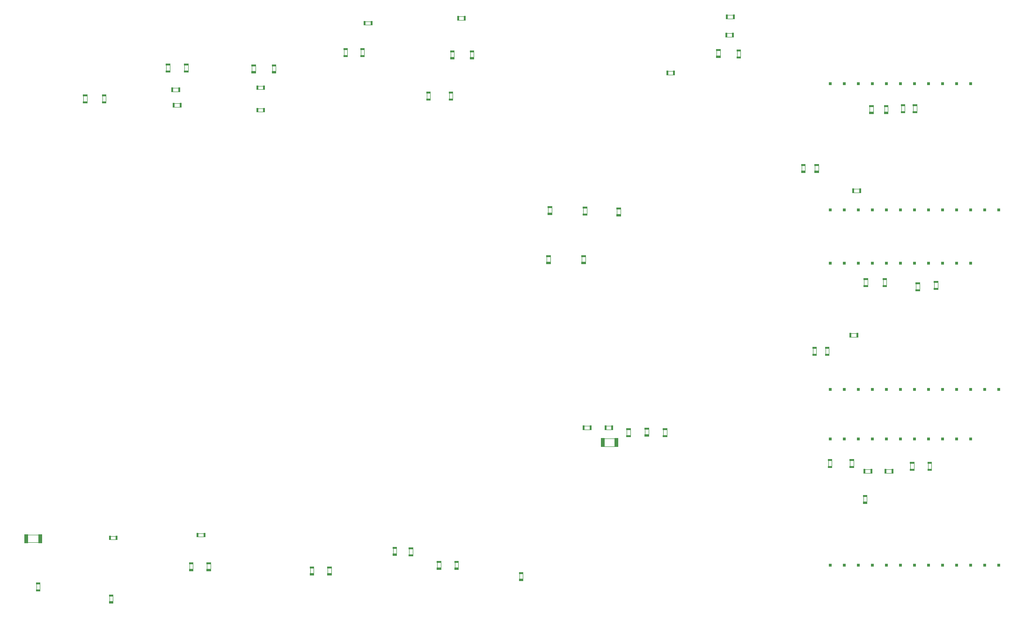
<source format=gbr>
%TF.GenerationSoftware,Altium Limited,Altium Designer,20.2.5 (213)*%
G04 Layer_Color=65535*
%FSLAX26Y26*%
%MOIN*%
%TF.SameCoordinates,9BAFD9CD-774C-4051-972E-F2DD54F50950*%
%TF.FilePolarity,Positive*%
%TF.FileFunction,Other,Mechanical_3*%
%TF.Part,Single*%
G01*
G75*
%TA.AperFunction,NonConductor*%
%ADD75C,0.004000*%
G36*
X5946500Y5269250D02*
X5932000D01*
Y5300750D01*
X5946500D01*
Y5269250D01*
D02*
G37*
G36*
X5898000D02*
X5883500D01*
Y5300750D01*
X5898000D01*
Y5269250D01*
D02*
G37*
G36*
X4031500Y5259250D02*
X4017000D01*
Y5290750D01*
X4031500D01*
Y5259250D01*
D02*
G37*
G36*
X3983000D02*
X3968500D01*
Y5290750D01*
X3983000D01*
Y5259250D01*
D02*
G37*
G36*
X3366500Y5224250D02*
X3352000D01*
Y5255750D01*
X3366500D01*
Y5224250D01*
D02*
G37*
G36*
X3318000D02*
X3303500D01*
Y5255750D01*
X3318000D01*
Y5224250D01*
D02*
G37*
G36*
X5941500Y5139250D02*
X5927000D01*
Y5170750D01*
X5941500D01*
Y5139250D01*
D02*
G37*
G36*
X5893000D02*
X5878500D01*
Y5170750D01*
X5893000D01*
Y5139250D01*
D02*
G37*
G36*
X3310750Y5047000D02*
X3279250D01*
Y5061500D01*
X3310750D01*
Y5047000D01*
D02*
G37*
G36*
X3190750D02*
X3159250D01*
Y5061500D01*
X3190750D01*
Y5047000D01*
D02*
G37*
G36*
X5845750Y5042000D02*
X5814250D01*
Y5056500D01*
X5845750D01*
Y5042000D01*
D02*
G37*
G36*
X5990750Y5037000D02*
X5959250D01*
Y5051500D01*
X5990750D01*
Y5037000D01*
D02*
G37*
G36*
X4090750Y5032000D02*
X4059250D01*
Y5046500D01*
X4090750D01*
Y5032000D01*
D02*
G37*
G36*
X3950750D02*
X3919250D01*
Y5046500D01*
X3950750D01*
Y5032000D01*
D02*
G37*
G36*
X3310750Y4998500D02*
X3279250D01*
Y5013000D01*
X3310750D01*
Y4998500D01*
D02*
G37*
G36*
X3190750D02*
X3159250D01*
Y5013000D01*
X3190750D01*
Y4998500D01*
D02*
G37*
G36*
X5845750Y4993500D02*
X5814250D01*
Y5008000D01*
X5845750D01*
Y4993500D01*
D02*
G37*
G36*
X5990750Y4988500D02*
X5959250D01*
Y5003000D01*
X5990750D01*
Y4988500D01*
D02*
G37*
G36*
X4090750Y4983500D02*
X4059250D01*
Y4998000D01*
X4090750D01*
Y4983500D01*
D02*
G37*
G36*
X3950750D02*
X3919250D01*
Y4998000D01*
X3950750D01*
Y4983500D01*
D02*
G37*
G36*
X2055750Y4937000D02*
X2024250D01*
Y4951500D01*
X2055750D01*
Y4937000D01*
D02*
G37*
G36*
X1925750D02*
X1894250D01*
Y4951500D01*
X1925750D01*
Y4937000D01*
D02*
G37*
G36*
X2680750Y4932000D02*
X2649250D01*
Y4946500D01*
X2680750D01*
Y4932000D01*
D02*
G37*
G36*
X2535750D02*
X2504250D01*
Y4946500D01*
X2535750D01*
Y4932000D01*
D02*
G37*
G36*
X2055750Y4888500D02*
X2024250D01*
Y4903000D01*
X2055750D01*
Y4888500D01*
D02*
G37*
G36*
X1925750D02*
X1894250D01*
Y4903000D01*
X1925750D01*
Y4888500D01*
D02*
G37*
G36*
X2680750Y4883500D02*
X2649250D01*
Y4898000D01*
X2680750D01*
Y4883500D01*
D02*
G37*
G36*
X2535750D02*
X2504250D01*
Y4898000D01*
X2535750D01*
Y4883500D01*
D02*
G37*
G36*
X5521500Y4869250D02*
X5507000D01*
Y4900750D01*
X5521500D01*
Y4869250D01*
D02*
G37*
G36*
X5473000D02*
X5458500D01*
Y4900750D01*
X5473000D01*
Y4869250D01*
D02*
G37*
G36*
X7635000Y4800000D02*
X7615000D01*
Y4820000D01*
X7635000D01*
Y4800000D01*
D02*
G37*
G36*
X7535000D02*
X7515000D01*
Y4820000D01*
X7535000D01*
Y4800000D01*
D02*
G37*
G36*
X7435000D02*
X7415000D01*
Y4820000D01*
X7435000D01*
Y4800000D01*
D02*
G37*
G36*
X7335000D02*
X7315000D01*
Y4820000D01*
X7335000D01*
Y4800000D01*
D02*
G37*
G36*
X7235000D02*
X7215000D01*
Y4820000D01*
X7235000D01*
Y4800000D01*
D02*
G37*
G36*
X7135000D02*
X7115000D01*
Y4820000D01*
X7135000D01*
Y4800000D01*
D02*
G37*
G36*
X7035000D02*
X7015000D01*
Y4820000D01*
X7035000D01*
Y4800000D01*
D02*
G37*
G36*
X6935000D02*
X6915000D01*
Y4820000D01*
X6935000D01*
Y4800000D01*
D02*
G37*
G36*
X6835000D02*
X6815000D01*
Y4820000D01*
X6835000D01*
Y4800000D01*
D02*
G37*
G36*
X6735000D02*
X6715000D01*
Y4820000D01*
X6735000D01*
Y4800000D01*
D02*
G37*
G36*
X6635000D02*
X6615000D01*
Y4820000D01*
X6635000D01*
Y4800000D01*
D02*
G37*
G36*
X2601500Y4764250D02*
X2587000D01*
Y4795750D01*
X2601500D01*
Y4764250D01*
D02*
G37*
G36*
X2553000D02*
X2538500D01*
Y4795750D01*
X2553000D01*
Y4764250D01*
D02*
G37*
G36*
X1996500Y4749250D02*
X1982000D01*
Y4780750D01*
X1996500D01*
Y4749250D01*
D02*
G37*
G36*
X1948000D02*
X1933500D01*
Y4780750D01*
X1948000D01*
Y4749250D01*
D02*
G37*
G36*
X3940750Y4737000D02*
X3909250D01*
Y4751500D01*
X3940750D01*
Y4737000D01*
D02*
G37*
G36*
X3780750D02*
X3749250D01*
Y4751500D01*
X3780750D01*
Y4737000D01*
D02*
G37*
G36*
X1470750Y4717000D02*
X1439250D01*
Y4731500D01*
X1470750D01*
Y4717000D01*
D02*
G37*
G36*
X1335750D02*
X1304250D01*
Y4731500D01*
X1335750D01*
Y4717000D01*
D02*
G37*
G36*
X3940750Y4688500D02*
X3909250D01*
Y4703000D01*
X3940750D01*
Y4688500D01*
D02*
G37*
G36*
X3780750D02*
X3749250D01*
Y4703000D01*
X3780750D01*
Y4688500D01*
D02*
G37*
G36*
X1470750Y4668500D02*
X1439250D01*
Y4683000D01*
X1470750D01*
Y4668500D01*
D02*
G37*
G36*
X1335750D02*
X1304250D01*
Y4683000D01*
X1335750D01*
Y4668500D01*
D02*
G37*
G36*
X7245750Y4647000D02*
X7214250D01*
Y4661500D01*
X7245750D01*
Y4647000D01*
D02*
G37*
G36*
X7160750D02*
X7129250D01*
Y4661500D01*
X7160750D01*
Y4647000D01*
D02*
G37*
G36*
X7040750Y4642000D02*
X7009250D01*
Y4656500D01*
X7040750D01*
Y4642000D01*
D02*
G37*
G36*
X6935750D02*
X6904250D01*
Y4656500D01*
X6935750D01*
Y4642000D01*
D02*
G37*
G36*
X2006500Y4639250D02*
X1992000D01*
Y4670750D01*
X2006500D01*
Y4639250D01*
D02*
G37*
G36*
X1958000D02*
X1943500D01*
Y4670750D01*
X1958000D01*
Y4639250D01*
D02*
G37*
G36*
X2601500Y4604250D02*
X2587000D01*
Y4635750D01*
X2601500D01*
Y4604250D01*
D02*
G37*
G36*
X2553000D02*
X2538500D01*
Y4635750D01*
X2553000D01*
Y4604250D01*
D02*
G37*
G36*
X7245750Y4598500D02*
X7214250D01*
Y4613000D01*
X7245750D01*
Y4598500D01*
D02*
G37*
G36*
X7160750D02*
X7129250D01*
Y4613000D01*
X7160750D01*
Y4598500D01*
D02*
G37*
G36*
X7040750Y4593500D02*
X7009250D01*
Y4608000D01*
X7040750D01*
Y4593500D01*
D02*
G37*
G36*
X6935750D02*
X6904250D01*
Y4608000D01*
X6935750D01*
Y4593500D01*
D02*
G37*
G36*
X6545750Y4222000D02*
X6514250D01*
Y4236500D01*
X6545750D01*
Y4222000D01*
D02*
G37*
G36*
X6450750D02*
X6419250D01*
Y4236500D01*
X6450750D01*
Y4222000D01*
D02*
G37*
G36*
X6545750Y4173500D02*
X6514250D01*
Y4188000D01*
X6545750D01*
Y4173500D01*
D02*
G37*
G36*
X6450750D02*
X6419250D01*
Y4188000D01*
X6450750D01*
Y4173500D01*
D02*
G37*
G36*
X6846500Y4029250D02*
X6832000D01*
Y4060750D01*
X6846500D01*
Y4029250D01*
D02*
G37*
G36*
X6798000D02*
X6783500D01*
Y4060750D01*
X6798000D01*
Y4029250D01*
D02*
G37*
G36*
X4645750Y3922000D02*
X4614250D01*
Y3936500D01*
X4645750D01*
Y3922000D01*
D02*
G37*
G36*
X4895750Y3917000D02*
X4864250D01*
Y3931500D01*
X4895750D01*
Y3917000D01*
D02*
G37*
G36*
X5135750Y3912000D02*
X5104250D01*
Y3926500D01*
X5135750D01*
Y3912000D01*
D02*
G37*
G36*
X7835000Y3900000D02*
X7815000D01*
Y3920000D01*
X7835000D01*
Y3900000D01*
D02*
G37*
G36*
X7735000D02*
X7715000D01*
Y3920000D01*
X7735000D01*
Y3900000D01*
D02*
G37*
G36*
X7635000D02*
X7615000D01*
Y3920000D01*
X7635000D01*
Y3900000D01*
D02*
G37*
G36*
X7535000D02*
X7515000D01*
Y3920000D01*
X7535000D01*
Y3900000D01*
D02*
G37*
G36*
X7435000D02*
X7415000D01*
Y3920000D01*
X7435000D01*
Y3900000D01*
D02*
G37*
G36*
X7335000D02*
X7315000D01*
Y3920000D01*
X7335000D01*
Y3900000D01*
D02*
G37*
G36*
X7235000D02*
X7215000D01*
Y3920000D01*
X7235000D01*
Y3900000D01*
D02*
G37*
G36*
X7135000D02*
X7115000D01*
Y3920000D01*
X7135000D01*
Y3900000D01*
D02*
G37*
G36*
X7035000D02*
X7015000D01*
Y3920000D01*
X7035000D01*
Y3900000D01*
D02*
G37*
G36*
X6935000D02*
X6915000D01*
Y3920000D01*
X6935000D01*
Y3900000D01*
D02*
G37*
G36*
X6835000D02*
X6815000D01*
Y3920000D01*
X6835000D01*
Y3900000D01*
D02*
G37*
G36*
X6735000D02*
X6715000D01*
Y3920000D01*
X6735000D01*
Y3900000D01*
D02*
G37*
G36*
X6635000D02*
X6615000D01*
Y3920000D01*
X6635000D01*
Y3900000D01*
D02*
G37*
G36*
X4645750Y3873500D02*
X4614250D01*
Y3888000D01*
X4645750D01*
Y3873500D01*
D02*
G37*
G36*
X4895750Y3868500D02*
X4864250D01*
Y3883000D01*
X4895750D01*
Y3868500D01*
D02*
G37*
G36*
X5135750Y3863500D02*
X5104250D01*
Y3878000D01*
X5135750D01*
Y3863500D01*
D02*
G37*
G36*
X4885750Y3572000D02*
X4854250D01*
Y3586500D01*
X4885750D01*
Y3572000D01*
D02*
G37*
G36*
X4635750D02*
X4604250D01*
Y3586500D01*
X4635750D01*
Y3572000D01*
D02*
G37*
G36*
X4885750Y3523500D02*
X4854250D01*
Y3538000D01*
X4885750D01*
Y3523500D01*
D02*
G37*
G36*
X4635750D02*
X4604250D01*
Y3538000D01*
X4635750D01*
Y3523500D01*
D02*
G37*
G36*
X7635000Y3520000D02*
X7615000D01*
Y3540000D01*
X7635000D01*
Y3520000D01*
D02*
G37*
G36*
X7535000D02*
X7515000D01*
Y3540000D01*
X7535000D01*
Y3520000D01*
D02*
G37*
G36*
X7435000D02*
X7415000D01*
Y3540000D01*
X7435000D01*
Y3520000D01*
D02*
G37*
G36*
X7335000D02*
X7315000D01*
Y3540000D01*
X7335000D01*
Y3520000D01*
D02*
G37*
G36*
X7235000D02*
X7215000D01*
Y3540000D01*
X7235000D01*
Y3520000D01*
D02*
G37*
G36*
X7135000D02*
X7115000D01*
Y3540000D01*
X7135000D01*
Y3520000D01*
D02*
G37*
G36*
X7035000D02*
X7015000D01*
Y3540000D01*
X7035000D01*
Y3520000D01*
D02*
G37*
G36*
X6935000D02*
X6915000D01*
Y3540000D01*
X6935000D01*
Y3520000D01*
D02*
G37*
G36*
X6835000D02*
X6815000D01*
Y3540000D01*
X6835000D01*
Y3520000D01*
D02*
G37*
G36*
X6735000D02*
X6715000D01*
Y3540000D01*
X6735000D01*
Y3520000D01*
D02*
G37*
G36*
X6635000D02*
X6615000D01*
Y3540000D01*
X6635000D01*
Y3520000D01*
D02*
G37*
G36*
X7030750Y3407000D02*
X6999250D01*
Y3421500D01*
X7030750D01*
Y3407000D01*
D02*
G37*
G36*
X6895750D02*
X6864250D01*
Y3421500D01*
X6895750D01*
Y3407000D01*
D02*
G37*
G36*
X7395750Y3387000D02*
X7364250D01*
Y3401500D01*
X7395750D01*
Y3387000D01*
D02*
G37*
G36*
X7265750Y3377000D02*
X7234250D01*
Y3391500D01*
X7265750D01*
Y3377000D01*
D02*
G37*
G36*
X7030750Y3358500D02*
X6999250D01*
Y3373000D01*
X7030750D01*
Y3358500D01*
D02*
G37*
G36*
X6895750D02*
X6864250D01*
Y3373000D01*
X6895750D01*
Y3358500D01*
D02*
G37*
G36*
X7395750Y3338500D02*
X7364250D01*
Y3353000D01*
X7395750D01*
Y3338500D01*
D02*
G37*
G36*
X7265750Y3328500D02*
X7234250D01*
Y3343000D01*
X7265750D01*
Y3328500D01*
D02*
G37*
G36*
X6826500Y2999250D02*
X6812000D01*
Y3030750D01*
X6826500D01*
Y2999250D01*
D02*
G37*
G36*
X6778000D02*
X6763500D01*
Y3030750D01*
X6778000D01*
Y2999250D01*
D02*
G37*
G36*
X6620750Y2917000D02*
X6589250D01*
Y2931500D01*
X6620750D01*
Y2917000D01*
D02*
G37*
G36*
X6530750D02*
X6499250D01*
Y2931500D01*
X6530750D01*
Y2917000D01*
D02*
G37*
G36*
X6620750Y2868500D02*
X6589250D01*
Y2883000D01*
X6620750D01*
Y2868500D01*
D02*
G37*
G36*
X6530750D02*
X6499250D01*
Y2883000D01*
X6530750D01*
Y2868500D01*
D02*
G37*
G36*
X7835000Y2620000D02*
X7815000D01*
Y2640000D01*
X7835000D01*
Y2620000D01*
D02*
G37*
G36*
X7735000D02*
X7715000D01*
Y2640000D01*
X7735000D01*
Y2620000D01*
D02*
G37*
G36*
X7635000D02*
X7615000D01*
Y2640000D01*
X7635000D01*
Y2620000D01*
D02*
G37*
G36*
X7535000D02*
X7515000D01*
Y2640000D01*
X7535000D01*
Y2620000D01*
D02*
G37*
G36*
X7435000D02*
X7415000D01*
Y2640000D01*
X7435000D01*
Y2620000D01*
D02*
G37*
G36*
X7335000D02*
X7315000D01*
Y2640000D01*
X7335000D01*
Y2620000D01*
D02*
G37*
G36*
X7235000D02*
X7215000D01*
Y2640000D01*
X7235000D01*
Y2620000D01*
D02*
G37*
G36*
X7135000D02*
X7115000D01*
Y2640000D01*
X7135000D01*
Y2620000D01*
D02*
G37*
G36*
X7035000D02*
X7015000D01*
Y2640000D01*
X7035000D01*
Y2620000D01*
D02*
G37*
G36*
X6935000D02*
X6915000D01*
Y2640000D01*
X6935000D01*
Y2620000D01*
D02*
G37*
G36*
X6835000D02*
X6815000D01*
Y2640000D01*
X6835000D01*
Y2620000D01*
D02*
G37*
G36*
X6735000D02*
X6715000D01*
Y2640000D01*
X6735000D01*
Y2620000D01*
D02*
G37*
G36*
X6635000D02*
X6615000D01*
Y2640000D01*
X6635000D01*
Y2620000D01*
D02*
G37*
G36*
X5335750Y2342000D02*
X5304250D01*
Y2356500D01*
X5335750D01*
Y2342000D01*
D02*
G37*
G36*
X5081500Y2339250D02*
X5067000D01*
Y2370750D01*
X5081500D01*
Y2339250D01*
D02*
G37*
G36*
X5033000D02*
X5018500D01*
Y2370750D01*
X5033000D01*
Y2339250D01*
D02*
G37*
G36*
X4926500D02*
X4912000D01*
Y2370750D01*
X4926500D01*
Y2339250D01*
D02*
G37*
G36*
X4878000D02*
X4863500D01*
Y2370750D01*
X4878000D01*
Y2339250D01*
D02*
G37*
G36*
X5465750Y2337000D02*
X5434250D01*
Y2351500D01*
X5465750D01*
Y2337000D01*
D02*
G37*
G36*
X5205750D02*
X5174250D01*
Y2351500D01*
X5205750D01*
Y2337000D01*
D02*
G37*
G36*
X5335750Y2293500D02*
X5304250D01*
Y2308000D01*
X5335750D01*
Y2293500D01*
D02*
G37*
G36*
X5465750Y2288500D02*
X5434250D01*
Y2303000D01*
X5465750D01*
Y2288500D01*
D02*
G37*
G36*
X5205750D02*
X5174250D01*
Y2303000D01*
X5205750D01*
Y2288500D01*
D02*
G37*
G36*
X7635000Y2265000D02*
X7615000D01*
Y2285000D01*
X7635000D01*
Y2265000D01*
D02*
G37*
G36*
X7535000D02*
X7515000D01*
Y2285000D01*
X7535000D01*
Y2265000D01*
D02*
G37*
G36*
X7435000D02*
X7415000D01*
Y2285000D01*
X7435000D01*
Y2265000D01*
D02*
G37*
G36*
X7335000D02*
X7315000D01*
Y2285000D01*
X7335000D01*
Y2265000D01*
D02*
G37*
G36*
X7235000D02*
X7215000D01*
Y2285000D01*
X7235000D01*
Y2265000D01*
D02*
G37*
G36*
X7135000D02*
X7115000D01*
Y2285000D01*
X7135000D01*
Y2265000D01*
D02*
G37*
G36*
X7035000D02*
X7015000D01*
Y2285000D01*
X7035000D01*
Y2265000D01*
D02*
G37*
G36*
X6935000D02*
X6915000D01*
Y2285000D01*
X6935000D01*
Y2265000D01*
D02*
G37*
G36*
X6835000D02*
X6815000D01*
Y2285000D01*
X6835000D01*
Y2265000D01*
D02*
G37*
G36*
X6735000D02*
X6715000D01*
Y2285000D01*
X6735000D01*
Y2265000D01*
D02*
G37*
G36*
X6635000D02*
X6615000D01*
Y2285000D01*
X6635000D01*
Y2265000D01*
D02*
G37*
G36*
X5117990Y2218500D02*
X5090440D01*
Y2281500D01*
X5117990D01*
Y2218500D01*
D02*
G37*
G36*
X5019570D02*
X4992010D01*
Y2281500D01*
X5019570D01*
Y2218500D01*
D02*
G37*
G36*
X6795750Y2117000D02*
X6764250D01*
Y2131500D01*
X6795750D01*
Y2117000D01*
D02*
G37*
G36*
X6640750D02*
X6609250D01*
Y2131500D01*
X6640750D01*
Y2117000D01*
D02*
G37*
G36*
X7350750Y2097000D02*
X7319250D01*
Y2111500D01*
X7350750D01*
Y2097000D01*
D02*
G37*
G36*
X7225750D02*
X7194250D01*
Y2111500D01*
X7225750D01*
Y2097000D01*
D02*
G37*
G36*
X6795750Y2068500D02*
X6764250D01*
Y2083000D01*
X6795750D01*
Y2068500D01*
D02*
G37*
G36*
X6640750D02*
X6609250D01*
Y2083000D01*
X6640750D01*
Y2068500D01*
D02*
G37*
G36*
X7350750Y2048500D02*
X7319250D01*
Y2063000D01*
X7350750D01*
Y2048500D01*
D02*
G37*
G36*
X7225750D02*
X7194250D01*
Y2063000D01*
X7225750D01*
Y2048500D01*
D02*
G37*
G36*
X7076500Y2029250D02*
X7062000D01*
Y2060750D01*
X7076500D01*
Y2029250D01*
D02*
G37*
G36*
X7028000D02*
X7013500D01*
Y2060750D01*
X7028000D01*
Y2029250D01*
D02*
G37*
G36*
X6926500D02*
X6912000D01*
Y2060750D01*
X6926500D01*
Y2029250D01*
D02*
G37*
G36*
X6878000D02*
X6863500D01*
Y2060750D01*
X6878000D01*
Y2029250D01*
D02*
G37*
G36*
X6890750Y1862000D02*
X6859250D01*
Y1876500D01*
X6890750D01*
Y1862000D01*
D02*
G37*
G36*
Y1813500D02*
X6859250D01*
Y1828000D01*
X6890750D01*
Y1813500D01*
D02*
G37*
G36*
X2176500Y1574250D02*
X2162000D01*
Y1605750D01*
X2176500D01*
Y1574250D01*
D02*
G37*
G36*
X2128000D02*
X2113500D01*
Y1605750D01*
X2128000D01*
Y1574250D01*
D02*
G37*
G36*
X1551500Y1554250D02*
X1537000D01*
Y1585750D01*
X1551500D01*
Y1554250D01*
D02*
G37*
G36*
X1503000D02*
X1488500D01*
Y1585750D01*
X1503000D01*
Y1554250D01*
D02*
G37*
G36*
X1012990Y1533500D02*
X985440D01*
Y1596500D01*
X1012990D01*
Y1533500D01*
D02*
G37*
G36*
X914570D02*
X887010D01*
Y1596500D01*
X914570D01*
Y1533500D01*
D02*
G37*
G36*
X3540750Y1492000D02*
X3509250D01*
Y1506500D01*
X3540750D01*
Y1492000D01*
D02*
G37*
G36*
X3655750Y1487000D02*
X3624250D01*
Y1501500D01*
X3655750D01*
Y1487000D01*
D02*
G37*
G36*
X3540750Y1443500D02*
X3509250D01*
Y1458000D01*
X3540750D01*
Y1443500D01*
D02*
G37*
G36*
X3655750Y1438500D02*
X3624250D01*
Y1453000D01*
X3655750D01*
Y1438500D01*
D02*
G37*
G36*
X3980750Y1392000D02*
X3949250D01*
Y1406500D01*
X3980750D01*
Y1392000D01*
D02*
G37*
G36*
X3855750D02*
X3824250D01*
Y1406500D01*
X3855750D01*
Y1392000D01*
D02*
G37*
G36*
X2215750Y1382000D02*
X2184250D01*
Y1396500D01*
X2215750D01*
Y1382000D01*
D02*
G37*
G36*
X2090750D02*
X2059250D01*
Y1396500D01*
X2090750D01*
Y1382000D01*
D02*
G37*
G36*
X7835000Y1365000D02*
X7815000D01*
Y1385000D01*
X7835000D01*
Y1365000D01*
D02*
G37*
G36*
X7735000D02*
X7715000D01*
Y1385000D01*
X7735000D01*
Y1365000D01*
D02*
G37*
G36*
X7635000D02*
X7615000D01*
Y1385000D01*
X7635000D01*
Y1365000D01*
D02*
G37*
G36*
X7535000D02*
X7515000D01*
Y1385000D01*
X7535000D01*
Y1365000D01*
D02*
G37*
G36*
X7435000D02*
X7415000D01*
Y1385000D01*
X7435000D01*
Y1365000D01*
D02*
G37*
G36*
X7335000D02*
X7315000D01*
Y1385000D01*
X7335000D01*
Y1365000D01*
D02*
G37*
G36*
X7235000D02*
X7215000D01*
Y1385000D01*
X7235000D01*
Y1365000D01*
D02*
G37*
G36*
X7135000D02*
X7115000D01*
Y1385000D01*
X7135000D01*
Y1365000D01*
D02*
G37*
G36*
X7035000D02*
X7015000D01*
Y1385000D01*
X7035000D01*
Y1365000D01*
D02*
G37*
G36*
X6935000D02*
X6915000D01*
Y1385000D01*
X6935000D01*
Y1365000D01*
D02*
G37*
G36*
X6835000D02*
X6815000D01*
Y1385000D01*
X6835000D01*
Y1365000D01*
D02*
G37*
G36*
X6735000D02*
X6715000D01*
Y1385000D01*
X6735000D01*
Y1365000D01*
D02*
G37*
G36*
X6635000D02*
X6615000D01*
Y1385000D01*
X6635000D01*
Y1365000D01*
D02*
G37*
G36*
X3075750Y1352000D02*
X3044250D01*
Y1366500D01*
X3075750D01*
Y1352000D01*
D02*
G37*
G36*
X2950750D02*
X2919250D01*
Y1366500D01*
X2950750D01*
Y1352000D01*
D02*
G37*
G36*
X3980750Y1343500D02*
X3949250D01*
Y1358000D01*
X3980750D01*
Y1343500D01*
D02*
G37*
G36*
X3855750D02*
X3824250D01*
Y1358000D01*
X3855750D01*
Y1343500D01*
D02*
G37*
G36*
X2215750Y1333500D02*
X2184250D01*
Y1348000D01*
X2215750D01*
Y1333500D01*
D02*
G37*
G36*
X2090750D02*
X2059250D01*
Y1348000D01*
X2090750D01*
Y1333500D01*
D02*
G37*
G36*
X4440750Y1312000D02*
X4409250D01*
Y1326500D01*
X4440750D01*
Y1312000D01*
D02*
G37*
G36*
X3075750Y1303500D02*
X3044250D01*
Y1318000D01*
X3075750D01*
Y1303500D01*
D02*
G37*
G36*
X2950750D02*
X2919250D01*
Y1318000D01*
X2950750D01*
Y1303500D01*
D02*
G37*
G36*
X4440750Y1263500D02*
X4409250D01*
Y1278000D01*
X4440750D01*
Y1263500D01*
D02*
G37*
G36*
X1000750Y1237000D02*
X969250D01*
Y1251500D01*
X1000750D01*
Y1237000D01*
D02*
G37*
G36*
Y1188500D02*
X969250D01*
Y1203000D01*
X1000750D01*
Y1188500D01*
D02*
G37*
G36*
X1520750Y1152000D02*
X1489250D01*
Y1166500D01*
X1520750D01*
Y1152000D01*
D02*
G37*
G36*
Y1103500D02*
X1489250D01*
Y1118000D01*
X1520750D01*
Y1103500D01*
D02*
G37*
D75*
X5013060Y2278060D02*
X5096440D01*
X5013060Y2221940D02*
X5096440D01*
X7322950Y2062990D02*
Y2097010D01*
X7347050Y2062990D02*
Y2097010D01*
X7197950Y2062990D02*
Y2097010D01*
X7222050Y2062990D02*
Y2097010D01*
X6612950Y2082990D02*
Y2117010D01*
X6637050Y2082990D02*
Y2117010D01*
X6767950Y2082990D02*
Y2117010D01*
X6792050Y2082990D02*
Y2117010D01*
X6867950Y3372990D02*
Y3407010D01*
X6892050Y3372990D02*
Y3407010D01*
X7002950Y3372990D02*
Y3407010D01*
X7027050Y3372990D02*
Y3407010D01*
X7367950Y3352990D02*
Y3387010D01*
X7392050Y3352990D02*
Y3387010D01*
X7237950Y3342990D02*
Y3377010D01*
X7262050Y3342990D02*
Y3377010D01*
X7217950Y4612990D02*
Y4647010D01*
X7242050Y4612990D02*
Y4647010D01*
X7132950Y4612990D02*
Y4647010D01*
X7157050Y4612990D02*
Y4647010D01*
X7012950Y4607990D02*
Y4642010D01*
X7037050Y4607990D02*
Y4642010D01*
X6907950Y4607990D02*
Y4642010D01*
X6932050Y4607990D02*
Y4642010D01*
X1502990Y1557950D02*
X1537010D01*
X1502990Y1582050D02*
X1537010D01*
X1517050Y1117990D02*
Y1152010D01*
X1492950Y1117990D02*
Y1152010D01*
X4412950Y1277990D02*
Y1312010D01*
X4437050Y1277990D02*
Y1312010D01*
X3977050Y1357990D02*
Y1392010D01*
X3952950Y1357990D02*
Y1392010D01*
X3827950Y1357990D02*
Y1392010D01*
X3852050Y1357990D02*
Y1392010D01*
X997050Y1202990D02*
Y1237010D01*
X972950Y1202990D02*
Y1237010D01*
X908060Y1536940D02*
X991440D01*
X908060Y1593060D02*
X991440D01*
X4882050Y3537990D02*
Y3572010D01*
X4857950Y3537990D02*
Y3572010D01*
X4632050Y3537990D02*
Y3572010D01*
X4607950Y3537990D02*
Y3572010D01*
X4892050Y3882990D02*
Y3917010D01*
X4867950Y3882990D02*
Y3917010D01*
X4642050Y3887990D02*
Y3922010D01*
X4617950Y3887990D02*
Y3922010D01*
X5817950Y5007990D02*
Y5042010D01*
X5842050Y5007990D02*
Y5042010D01*
X5962950Y5002990D02*
Y5037010D01*
X5987050Y5002990D02*
Y5037010D01*
X5892990Y5142950D02*
X5927010D01*
X5892990Y5167050D02*
X5927010D01*
X5897990Y5272950D02*
X5932010D01*
X5897990Y5297050D02*
X5932010D01*
X4062950Y4997990D02*
Y5032010D01*
X4087050Y4997990D02*
Y5032010D01*
X3922950Y4997990D02*
Y5032010D01*
X3947050Y4997990D02*
Y5032010D01*
X1467050Y4682990D02*
Y4717010D01*
X1442950Y4682990D02*
Y4717010D01*
X1332050Y4682990D02*
Y4717010D01*
X1307950Y4682990D02*
Y4717010D01*
X3752950Y4702990D02*
Y4737010D01*
X3777050Y4702990D02*
Y4737010D01*
X3912950Y4702990D02*
Y4737010D01*
X3937050Y4702990D02*
Y4737010D01*
X3627950Y1452990D02*
Y1487010D01*
X3652050Y1452990D02*
Y1487010D01*
X3512950Y1457990D02*
Y1492010D01*
X3537050Y1457990D02*
Y1492010D01*
X3317990Y5227950D02*
X3352010D01*
X3317990Y5252050D02*
X3352010D01*
X3982990Y5262950D02*
X4017010D01*
X3982990Y5287050D02*
X4017010D01*
X2552990Y4607950D02*
X2587010D01*
X2552990Y4632050D02*
X2587010D01*
X2552990Y4767950D02*
X2587010D01*
X2552990Y4792050D02*
X2587010D01*
X2507950Y4897990D02*
Y4932010D01*
X2532050Y4897990D02*
Y4932010D01*
X2652950Y4897990D02*
Y4932010D01*
X2677050Y4897990D02*
Y4932010D01*
X2027950Y4902990D02*
Y4937010D01*
X2052050Y4902990D02*
Y4937010D01*
X1897950Y4902990D02*
Y4937010D01*
X1922050Y4902990D02*
Y4937010D01*
X1947990Y4752950D02*
X1982010D01*
X1947990Y4777050D02*
X1982010D01*
X1957990Y4667050D02*
X1992010D01*
X1957990Y4642950D02*
X1992010D01*
X5472990Y4872950D02*
X5507010D01*
X5472990Y4897050D02*
X5507010D01*
X2127990Y1602050D02*
X2162010D01*
X2127990Y1577950D02*
X2162010D01*
X2062950Y1347990D02*
Y1382010D01*
X2087050Y1347990D02*
Y1382010D01*
X2187950Y1347990D02*
Y1382010D01*
X2212050Y1347990D02*
Y1382010D01*
X5032990Y2342950D02*
X5067010D01*
X5032990Y2367050D02*
X5067010D01*
X4877990D02*
X4912010D01*
X4877990Y2342950D02*
X4912010D01*
X5202050Y2302990D02*
Y2337010D01*
X5177950Y2302990D02*
Y2337010D01*
X5332050Y2307990D02*
Y2342010D01*
X5307950Y2307990D02*
Y2342010D01*
X5462050Y2302990D02*
Y2337010D01*
X5437950Y2302990D02*
Y2337010D01*
X6877990Y2057050D02*
X6912010D01*
X6877990Y2032950D02*
X6912010D01*
X7027990Y2057050D02*
X7062010D01*
X7027990Y2032950D02*
X7062010D01*
X6887050Y1827990D02*
Y1862010D01*
X6862950Y1827990D02*
Y1862010D01*
X6502950Y2882990D02*
Y2917010D01*
X6527050Y2882990D02*
Y2917010D01*
X6592950Y2882990D02*
Y2917010D01*
X6617050Y2882990D02*
Y2917010D01*
X6777990Y3027050D02*
X6812010D01*
X6777990Y3002950D02*
X6812010D01*
X6517950Y4187990D02*
Y4222010D01*
X6542050Y4187990D02*
Y4222010D01*
X6422950Y4187990D02*
Y4222010D01*
X6447050Y4187990D02*
Y4222010D01*
X6797990Y4057050D02*
X6832010D01*
X6797990Y4032950D02*
X6832010D01*
X5107950Y3877990D02*
Y3912010D01*
X5132050Y3877990D02*
Y3912010D01*
X3072050Y1317990D02*
Y1352010D01*
X3047950Y1317990D02*
Y1352010D01*
X3187050Y5012990D02*
Y5047010D01*
X3162950Y5012990D02*
Y5047010D01*
X3307050Y5012990D02*
Y5047010D01*
X3282950Y5012990D02*
Y5047010D01*
X2947050Y1317990D02*
Y1352010D01*
X2922950Y1317990D02*
Y1352010D01*
%TF.MD5,946ccdc9cde67c3fd6bca8b2c5daf3a4*%
M02*

</source>
